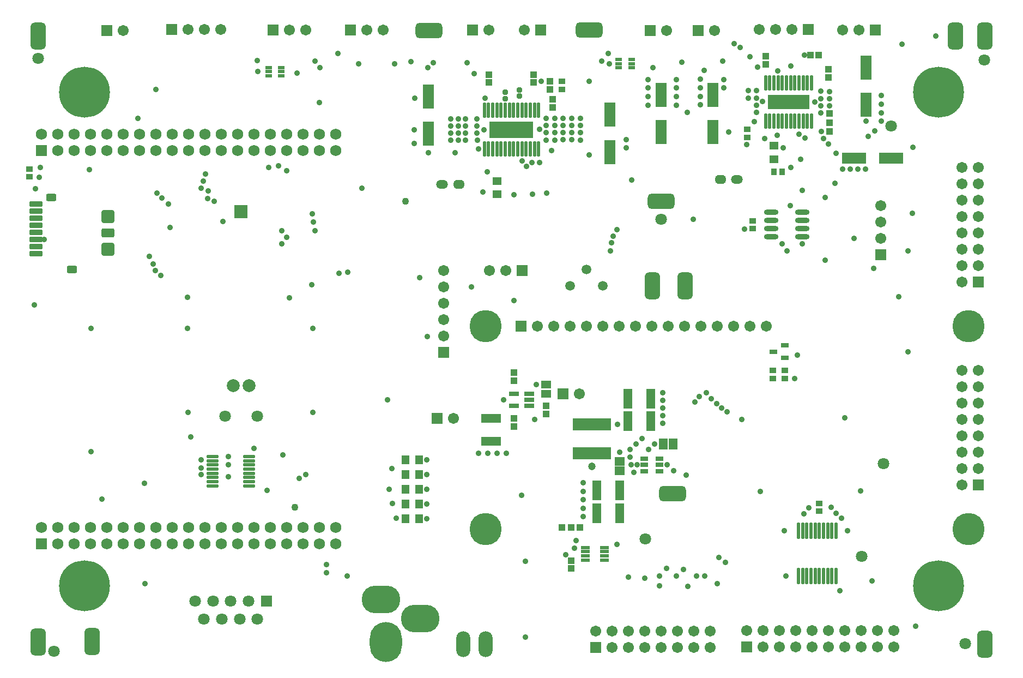
<source format=gts>
G04*
G04 #@! TF.GenerationSoftware,Altium Limited,Altium Designer,19.0.10 (269)*
G04*
G04 Layer_Color=8388736*
%FSLAX25Y25*%
%MOIN*%
G70*
G01*
G75*
G04:AMPARAMS|DCode=53|XSize=165.48mil|YSize=94.61mil|CornerRadius=25.65mil|HoleSize=0mil|Usage=FLASHONLY|Rotation=180.000|XOffset=0mil|YOffset=0mil|HoleType=Round|Shape=RoundedRectangle|*
%AMROUNDEDRECTD53*
21,1,0.16548,0.04331,0,0,180.0*
21,1,0.11417,0.09461,0,0,180.0*
1,1,0.05131,-0.05709,0.02165*
1,1,0.05131,0.05709,0.02165*
1,1,0.05131,0.05709,-0.02165*
1,1,0.05131,-0.05709,-0.02165*
%
%ADD53ROUNDEDRECTD53*%
%ADD54R,0.04343X0.03950*%
%ADD55R,0.05131X0.05524*%
%ADD56R,0.14580X0.07099*%
G04:AMPARAMS|DCode=57|XSize=35.56mil|YSize=78.87mil|CornerRadius=7.45mil|HoleSize=0mil|Usage=FLASHONLY|Rotation=90.000|XOffset=0mil|YOffset=0mil|HoleType=Round|Shape=RoundedRectangle|*
%AMROUNDEDRECTD57*
21,1,0.03556,0.06398,0,0,90.0*
21,1,0.02067,0.07887,0,0,90.0*
1,1,0.01489,0.03199,0.01034*
1,1,0.01489,0.03199,-0.01034*
1,1,0.01489,-0.03199,-0.01034*
1,1,0.01489,-0.03199,0.01034*
%
%ADD57ROUNDEDRECTD57*%
G04:AMPARAMS|DCode=58|XSize=78.87mil|YSize=78.87mil|CornerRadius=12.86mil|HoleSize=0mil|Usage=FLASHONLY|Rotation=90.000|XOffset=0mil|YOffset=0mil|HoleType=Round|Shape=RoundedRectangle|*
%AMROUNDEDRECTD58*
21,1,0.07887,0.05315,0,0,90.0*
21,1,0.05315,0.07887,0,0,90.0*
1,1,0.02572,0.02657,0.02657*
1,1,0.02572,0.02657,-0.02657*
1,1,0.02572,-0.02657,-0.02657*
1,1,0.02572,-0.02657,0.02657*
%
%ADD58ROUNDEDRECTD58*%
G04:AMPARAMS|DCode=59|XSize=55.24mil|YSize=78.87mil|CornerRadius=9.91mil|HoleSize=0mil|Usage=FLASHONLY|Rotation=90.000|XOffset=0mil|YOffset=0mil|HoleType=Round|Shape=RoundedRectangle|*
%AMROUNDEDRECTD59*
21,1,0.05524,0.05906,0,0,90.0*
21,1,0.03543,0.07887,0,0,90.0*
1,1,0.01981,0.02953,0.01772*
1,1,0.01981,0.02953,-0.01772*
1,1,0.01981,-0.02953,-0.01772*
1,1,0.01981,-0.02953,0.01772*
%
%ADD59ROUNDEDRECTD59*%
G04:AMPARAMS|DCode=60|XSize=43.43mil|YSize=63.12mil|CornerRadius=8.43mil|HoleSize=0mil|Usage=FLASHONLY|Rotation=90.000|XOffset=0mil|YOffset=0mil|HoleType=Round|Shape=RoundedRectangle|*
%AMROUNDEDRECTD60*
21,1,0.04343,0.04626,0,0,90.0*
21,1,0.02657,0.06312,0,0,90.0*
1,1,0.01686,0.02313,0.01329*
1,1,0.01686,0.02313,-0.01329*
1,1,0.01686,-0.02313,-0.01329*
1,1,0.01686,-0.02313,0.01329*
%
%ADD60ROUNDEDRECTD60*%
G04:AMPARAMS|DCode=61|XSize=22.96mil|YSize=55.24mil|CornerRadius=5.65mil|HoleSize=0mil|Usage=FLASHONLY|Rotation=90.000|XOffset=0mil|YOffset=0mil|HoleType=Round|Shape=RoundedRectangle|*
%AMROUNDEDRECTD61*
21,1,0.02296,0.04395,0,0,90.0*
21,1,0.01167,0.05524,0,0,90.0*
1,1,0.01129,0.02198,0.00584*
1,1,0.01129,0.02198,-0.00584*
1,1,0.01129,-0.02198,-0.00584*
1,1,0.01129,-0.02198,0.00584*
%
%ADD61ROUNDEDRECTD61*%
%ADD62R,0.27139X0.10249*%
%ADD63O,0.02178X0.09461*%
%ADD64O,0.02178X0.10249*%
%ADD65R,0.25210X0.08674*%
%ADD66R,0.07099X0.14580*%
%ADD67R,0.05524X0.06509*%
%ADD68R,0.06115X0.05131*%
%ADD69R,0.12217X0.05328*%
%ADD70R,0.23241X0.07493*%
%ADD71R,0.05131X0.03162*%
%ADD72R,0.04147X0.03753*%
%ADD73R,0.05918X0.02965*%
%ADD74O,0.07493X0.02178*%
%ADD75O,0.08871X0.03162*%
%ADD76R,0.03950X0.01981*%
%ADD77R,0.04343X0.03753*%
%ADD78R,0.04147X0.03556*%
%ADD79R,0.03950X0.04343*%
%ADD80R,0.05328X0.12217*%
%ADD81R,0.03556X0.04147*%
%ADD82R,0.06115X0.05328*%
G04:AMPARAMS|DCode=83|XSize=165.48mil|YSize=94.61mil|CornerRadius=25.65mil|HoleSize=0mil|Usage=FLASHONLY|Rotation=90.000|XOffset=0mil|YOffset=0mil|HoleType=Round|Shape=RoundedRectangle|*
%AMROUNDEDRECTD83*
21,1,0.16548,0.04331,0,0,90.0*
21,1,0.11417,0.09461,0,0,90.0*
1,1,0.05131,0.02165,0.05709*
1,1,0.05131,0.02165,-0.05709*
1,1,0.05131,-0.02165,-0.05709*
1,1,0.05131,-0.02165,0.05709*
%
%ADD83ROUNDEDRECTD83*%
%ADD84R,0.05524X0.05131*%
%ADD85R,0.06706X0.06706*%
%ADD86C,0.06706*%
G04:AMPARAMS|DCode=87|XSize=236.35mil|YSize=169.42mil|CornerRadius=84.71mil|HoleSize=0mil|Usage=FLASHONLY|Rotation=0.000|XOffset=0mil|YOffset=0mil|HoleType=Round|Shape=RoundedRectangle|*
%AMROUNDEDRECTD87*
21,1,0.23635,0.00000,0,0,0.0*
21,1,0.06693,0.16942,0,0,0.0*
1,1,0.16942,0.03347,0.00000*
1,1,0.16942,-0.03347,0.00000*
1,1,0.16942,-0.03347,0.00000*
1,1,0.16942,0.03347,0.00000*
%
%ADD87ROUNDEDRECTD87*%
G04:AMPARAMS|DCode=88|XSize=196.98mil|YSize=244.22mil|CornerRadius=98.49mil|HoleSize=0mil|Usage=FLASHONLY|Rotation=0.000|XOffset=0mil|YOffset=0mil|HoleType=Round|Shape=RoundedRectangle|*
%AMROUNDEDRECTD88*
21,1,0.19698,0.04724,0,0,0.0*
21,1,0.00000,0.24422,0,0,0.0*
1,1,0.19698,0.00000,-0.02362*
1,1,0.19698,0.00000,-0.02362*
1,1,0.19698,0.00000,0.02362*
1,1,0.19698,0.00000,0.02362*
%
%ADD88ROUNDEDRECTD88*%
G04:AMPARAMS|DCode=89|XSize=169.42mil|YSize=236.35mil|CornerRadius=84.71mil|HoleSize=0mil|Usage=FLASHONLY|Rotation=270.000|XOffset=0mil|YOffset=0mil|HoleType=Round|Shape=RoundedRectangle|*
%AMROUNDEDRECTD89*
21,1,0.16942,0.06693,0,0,270.0*
21,1,0.00000,0.23635,0,0,270.0*
1,1,0.16942,-0.03347,0.00000*
1,1,0.16942,-0.03347,0.00000*
1,1,0.16942,0.03347,0.00000*
1,1,0.16942,0.03347,0.00000*
%
%ADD89ROUNDEDRECTD89*%
%ADD90C,0.07099*%
%ADD91R,0.06706X0.06706*%
%ADD92C,0.19698*%
%ADD93R,0.07887X0.07887*%
%ADD94C,0.07887*%
%ADD95R,0.07099X0.07099*%
%ADD96O,0.08674X0.15761*%
%ADD97C,0.05918*%
%ADD98O,0.07099X0.05524*%
G04:AMPARAMS|DCode=99|XSize=70.99mil|YSize=55.24mil|CornerRadius=27.62mil|HoleSize=0mil|Usage=FLASHONLY|Rotation=0.000|XOffset=0mil|YOffset=0mil|HoleType=Round|Shape=RoundedRectangle|*
%AMROUNDEDRECTD99*
21,1,0.07099,0.00000,0,0,0.0*
21,1,0.01575,0.05524,0,0,0.0*
1,1,0.05524,0.00787,0.00000*
1,1,0.05524,-0.00787,0.00000*
1,1,0.05524,-0.00787,0.00000*
1,1,0.05524,0.00787,0.00000*
%
%ADD99ROUNDEDRECTD99*%
%ADD100C,0.06902*%
%ADD101R,0.06902X0.06902*%
%ADD102C,0.31115*%
%ADD103C,0.04343*%
%ADD104C,0.03556*%
%ADD105C,0.03753*%
%ADD106C,0.04737*%
D53*
X589567Y481890D02*
D03*
X545669Y586614D02*
D03*
X596457Y303150D02*
D03*
X447638Y586221D02*
D03*
D54*
X692659Y529921D02*
D03*
Y535433D02*
D03*
Y524409D02*
D03*
X691732Y557579D02*
D03*
Y562500D02*
D03*
X653445Y565453D02*
D03*
Y570374D02*
D03*
X534449Y257382D02*
D03*
Y262303D02*
D03*
X521654Y550197D02*
D03*
Y555118D02*
D03*
X511417Y554419D02*
D03*
Y559340D02*
D03*
X484252Y554419D02*
D03*
Y559340D02*
D03*
X499409Y372111D02*
D03*
Y377032D02*
D03*
Y349063D02*
D03*
Y344142D02*
D03*
X519095Y356756D02*
D03*
Y351835D02*
D03*
X523228Y539272D02*
D03*
Y544193D02*
D03*
D55*
X441535Y314961D02*
D03*
X433268D02*
D03*
Y323819D02*
D03*
X441535D02*
D03*
Y296850D02*
D03*
X433268D02*
D03*
X441535Y305709D02*
D03*
X433268D02*
D03*
X441535Y287992D02*
D03*
X433268D02*
D03*
D56*
X707480Y508268D02*
D03*
X730315D02*
D03*
D57*
X207087Y454291D02*
D03*
Y480276D02*
D03*
Y475945D02*
D03*
Y471614D02*
D03*
Y467283D02*
D03*
Y462953D02*
D03*
Y458622D02*
D03*
Y449961D02*
D03*
D58*
X251181Y472362D02*
D03*
Y452677D02*
D03*
D59*
Y462520D02*
D03*
D60*
X229331Y440191D02*
D03*
X216535Y484173D02*
D03*
D61*
X554921Y270276D02*
D03*
Y267717D02*
D03*
Y265158D02*
D03*
Y262598D02*
D03*
X543307D02*
D03*
Y265158D02*
D03*
Y267717D02*
D03*
Y270276D02*
D03*
D62*
X498032Y525591D02*
D03*
D63*
X481398Y513779D02*
D03*
X483957D02*
D03*
X486516D02*
D03*
X489075D02*
D03*
X491634D02*
D03*
X494193D02*
D03*
X496752D02*
D03*
X499311D02*
D03*
X501870D02*
D03*
X504429D02*
D03*
X506988D02*
D03*
X509547D02*
D03*
X512106D02*
D03*
X514665D02*
D03*
X481398Y537402D02*
D03*
X483957D02*
D03*
X486516D02*
D03*
X489075D02*
D03*
X491634D02*
D03*
X494193D02*
D03*
X496752D02*
D03*
X499311D02*
D03*
X501870D02*
D03*
X504429D02*
D03*
X506988D02*
D03*
X509547D02*
D03*
X512106D02*
D03*
X514665D02*
D03*
X681595Y554331D02*
D03*
X679035D02*
D03*
X676476D02*
D03*
X673917D02*
D03*
X671358D02*
D03*
X668799D02*
D03*
X666240D02*
D03*
X663681D02*
D03*
X661122D02*
D03*
X658563D02*
D03*
X656004D02*
D03*
X653445D02*
D03*
Y530709D02*
D03*
X656004D02*
D03*
X681595D02*
D03*
X679036D02*
D03*
X676476D02*
D03*
X673917D02*
D03*
X671358D02*
D03*
X668799D02*
D03*
X666240D02*
D03*
X663681D02*
D03*
X661122D02*
D03*
X658563D02*
D03*
D64*
X696555Y280512D02*
D03*
X693996D02*
D03*
X691437D02*
D03*
X688878D02*
D03*
X686319D02*
D03*
X683760D02*
D03*
X681201D02*
D03*
X678642D02*
D03*
X676083D02*
D03*
X673524D02*
D03*
X696555Y252953D02*
D03*
X693996D02*
D03*
X691437D02*
D03*
X688878D02*
D03*
X686319D02*
D03*
X683760D02*
D03*
X681201D02*
D03*
X678642D02*
D03*
X676083D02*
D03*
X673524D02*
D03*
D65*
X667520Y542520D02*
D03*
D66*
X714961Y540748D02*
D03*
Y563583D02*
D03*
X589567Y546850D02*
D03*
Y524016D02*
D03*
X621063Y546850D02*
D03*
Y524016D02*
D03*
X558071Y512008D02*
D03*
Y534842D02*
D03*
X447047Y523032D02*
D03*
Y545866D02*
D03*
D67*
X596890Y333661D02*
D03*
X590984D02*
D03*
D68*
X519095Y370000D02*
D03*
Y364236D02*
D03*
D69*
X485532Y335087D02*
D03*
Y349063D02*
D03*
D70*
X547244Y327756D02*
D03*
Y345472D02*
D03*
D71*
X658071Y389961D02*
D03*
X665158Y393701D02*
D03*
Y386221D02*
D03*
X579213Y324478D02*
D03*
Y320738D02*
D03*
Y316998D02*
D03*
X588661D02*
D03*
Y320738D02*
D03*
Y324478D02*
D03*
D72*
X657874Y373622D02*
D03*
Y378543D02*
D03*
X665158D02*
D03*
Y373622D02*
D03*
D73*
X508858Y356756D02*
D03*
Y360496D02*
D03*
Y364236D02*
D03*
X499409D02*
D03*
Y356756D02*
D03*
D74*
X315098Y325856D02*
D03*
Y323297D02*
D03*
Y320738D02*
D03*
Y318179D02*
D03*
Y315620D02*
D03*
Y313061D02*
D03*
Y310502D02*
D03*
X337539Y325856D02*
D03*
Y323297D02*
D03*
Y320738D02*
D03*
Y318179D02*
D03*
Y315620D02*
D03*
Y313061D02*
D03*
Y310502D02*
D03*
X315098Y308002D02*
D03*
X337598D02*
D03*
D75*
X656791Y475020D02*
D03*
Y470020D02*
D03*
Y465020D02*
D03*
Y460020D02*
D03*
X675886Y475020D02*
D03*
Y470020D02*
D03*
Y465020D02*
D03*
Y460020D02*
D03*
D76*
X563543Y563386D02*
D03*
Y565945D02*
D03*
Y568504D02*
D03*
X571417D02*
D03*
Y565945D02*
D03*
Y563386D02*
D03*
X357283Y558465D02*
D03*
Y561024D02*
D03*
Y563583D02*
D03*
X349410D02*
D03*
Y561024D02*
D03*
Y558465D02*
D03*
D77*
X203150Y501673D02*
D03*
Y496752D02*
D03*
X645669Y469980D02*
D03*
Y465059D02*
D03*
X686319Y292382D02*
D03*
Y297303D02*
D03*
D78*
X528740Y550295D02*
D03*
Y555217D02*
D03*
X642126Y520965D02*
D03*
Y525886D02*
D03*
D79*
X685925Y571260D02*
D03*
X681004D02*
D03*
X528937Y282638D02*
D03*
X539961D02*
D03*
X534449D02*
D03*
D80*
X569075Y361221D02*
D03*
X583051D02*
D03*
X569075Y347441D02*
D03*
X583051D02*
D03*
X564350Y305118D02*
D03*
X550374D02*
D03*
X564350Y291339D02*
D03*
X550374D02*
D03*
D81*
X658563Y500000D02*
D03*
X663484D02*
D03*
D82*
X564350Y322933D02*
D03*
Y317224D02*
D03*
D83*
X769488Y582874D02*
D03*
X241535Y212795D02*
D03*
X604331Y430118D02*
D03*
X208661Y582874D02*
D03*
X787402D02*
D03*
Y211299D02*
D03*
X208661Y212677D02*
D03*
X584252Y430118D02*
D03*
D84*
X658465Y507677D02*
D03*
Y515945D02*
D03*
X489173Y486024D02*
D03*
Y494291D02*
D03*
D85*
X504646Y439606D02*
D03*
X452598Y349063D02*
D03*
X529528Y364173D02*
D03*
X250433Y586221D02*
D03*
X503937Y405512D02*
D03*
X641929Y209646D02*
D03*
X679567Y586811D02*
D03*
X720630Y586614D02*
D03*
X549567Y209134D02*
D03*
X612323Y586221D02*
D03*
X582953D02*
D03*
X352287Y586614D02*
D03*
X399449D02*
D03*
X290197Y586811D02*
D03*
X474252Y586614D02*
D03*
X515748D02*
D03*
D86*
X494646Y439606D02*
D03*
X484646D02*
D03*
X462598Y349063D02*
D03*
X539528Y364173D02*
D03*
X456693Y399606D02*
D03*
Y409606D02*
D03*
Y419606D02*
D03*
Y429606D02*
D03*
Y439606D02*
D03*
X260433Y586221D02*
D03*
X653937Y405512D02*
D03*
X643937D02*
D03*
X633937D02*
D03*
X623937D02*
D03*
X613937D02*
D03*
X603937D02*
D03*
X593937D02*
D03*
X583937D02*
D03*
X573937D02*
D03*
X563937D02*
D03*
X553937D02*
D03*
X543937D02*
D03*
X533937D02*
D03*
X523937D02*
D03*
X513937D02*
D03*
X641929Y219646D02*
D03*
X651929Y209646D02*
D03*
Y219646D02*
D03*
X661929Y209646D02*
D03*
Y219646D02*
D03*
X671929Y209646D02*
D03*
Y219646D02*
D03*
X681929Y209646D02*
D03*
Y219646D02*
D03*
X691929Y209646D02*
D03*
Y219646D02*
D03*
X701929Y209646D02*
D03*
Y219646D02*
D03*
X711929Y209646D02*
D03*
Y219646D02*
D03*
X731929D02*
D03*
Y209646D02*
D03*
X721929Y219646D02*
D03*
Y209646D02*
D03*
X669567Y586811D02*
D03*
X659567D02*
D03*
X649567D02*
D03*
X700630Y586614D02*
D03*
X710630D02*
D03*
X773465Y502441D02*
D03*
X783465D02*
D03*
X773465Y492441D02*
D03*
X783465D02*
D03*
X773465Y482441D02*
D03*
X783465D02*
D03*
X773465Y472441D02*
D03*
X783465D02*
D03*
X773465Y462441D02*
D03*
X783465D02*
D03*
X773465Y452441D02*
D03*
X783465D02*
D03*
X773465Y442441D02*
D03*
X783465D02*
D03*
X773465Y432441D02*
D03*
Y308425D02*
D03*
X783465Y318425D02*
D03*
X773465D02*
D03*
X783465Y328425D02*
D03*
X773465D02*
D03*
X783465Y338425D02*
D03*
X773465D02*
D03*
X783465Y348425D02*
D03*
X773465D02*
D03*
X783465Y358425D02*
D03*
X773465D02*
D03*
X783465Y368425D02*
D03*
X773465D02*
D03*
X783465Y378425D02*
D03*
X773465D02*
D03*
X549567Y219134D02*
D03*
X559567Y209134D02*
D03*
Y219134D02*
D03*
X569567Y209134D02*
D03*
Y219134D02*
D03*
X579567Y209134D02*
D03*
Y219134D02*
D03*
X589567Y209134D02*
D03*
Y219134D02*
D03*
X599567Y209134D02*
D03*
Y219134D02*
D03*
X609567Y209134D02*
D03*
Y219134D02*
D03*
X619567Y209134D02*
D03*
Y219134D02*
D03*
X622323Y586221D02*
D03*
X592953D02*
D03*
X362287Y586614D02*
D03*
X372287D02*
D03*
X409449D02*
D03*
X419449D02*
D03*
X724016Y479331D02*
D03*
Y469331D02*
D03*
Y459331D02*
D03*
X320197Y586811D02*
D03*
X310197D02*
D03*
X300197D02*
D03*
X484252Y586614D02*
D03*
X505748D02*
D03*
D87*
X418110Y238583D02*
D03*
D88*
X421260Y212598D02*
D03*
D89*
X442126Y226772D02*
D03*
D90*
X342520Y350394D02*
D03*
X322835D02*
D03*
X304508Y237559D02*
D03*
X315413D02*
D03*
X326319D02*
D03*
X337224D02*
D03*
X309961Y226378D02*
D03*
X320866D02*
D03*
X331772D02*
D03*
X342677D02*
D03*
X725591Y321654D02*
D03*
X712224Y264764D02*
D03*
X730315Y527887D02*
D03*
X775591Y211417D02*
D03*
X787361Y568110D02*
D03*
X218140Y206693D02*
D03*
X208661Y569291D02*
D03*
X589567Y470945D02*
D03*
X579724Y275590D02*
D03*
D91*
X456693Y389606D02*
D03*
X783465Y432441D02*
D03*
Y308425D02*
D03*
X724016Y449331D02*
D03*
D92*
X777559Y405512D02*
D03*
Y281496D02*
D03*
X482283D02*
D03*
Y405512D02*
D03*
D93*
X332677Y475394D02*
D03*
D94*
X337598Y369094D02*
D03*
X327756D02*
D03*
D95*
X348130Y237559D02*
D03*
D96*
X468504Y211299D02*
D03*
X482283D02*
D03*
D97*
X543937Y440118D02*
D03*
X553937Y430118D02*
D03*
X533937D02*
D03*
D98*
X625787Y495079D02*
D03*
X465748Y492126D02*
D03*
D99*
X636024Y495079D02*
D03*
X455512Y492126D02*
D03*
D100*
X300433Y282638D02*
D03*
X290433D02*
D03*
X300433Y272638D02*
D03*
X290433D02*
D03*
X280433Y282638D02*
D03*
Y272638D02*
D03*
X220433D02*
D03*
X230433D02*
D03*
X240433D02*
D03*
X250433D02*
D03*
X260433D02*
D03*
X270433D02*
D03*
X210433Y282638D02*
D03*
X220433D02*
D03*
X230433D02*
D03*
X240433D02*
D03*
X250433D02*
D03*
X260433D02*
D03*
X270433D02*
D03*
X360433D02*
D03*
X350433D02*
D03*
X340433D02*
D03*
X330433D02*
D03*
X320433D02*
D03*
X310433D02*
D03*
X360433Y272638D02*
D03*
X350433D02*
D03*
X340433D02*
D03*
X330433D02*
D03*
X320433D02*
D03*
X310433D02*
D03*
X370433D02*
D03*
Y282638D02*
D03*
X380433Y272638D02*
D03*
X390433D02*
D03*
X380433Y282638D02*
D03*
X390433D02*
D03*
X390433Y522795D02*
D03*
X380433D02*
D03*
X390433Y512795D02*
D03*
X380433D02*
D03*
X370433Y522795D02*
D03*
Y512795D02*
D03*
X310433D02*
D03*
X320433D02*
D03*
X330433D02*
D03*
X340433D02*
D03*
X350433D02*
D03*
X360433D02*
D03*
X310433Y522795D02*
D03*
X320433D02*
D03*
X330433D02*
D03*
X340433D02*
D03*
X350433D02*
D03*
X360433D02*
D03*
X270433D02*
D03*
X260433D02*
D03*
X250433D02*
D03*
X240433D02*
D03*
X230433D02*
D03*
X220433D02*
D03*
X210433D02*
D03*
X270433Y512795D02*
D03*
X260433D02*
D03*
X250433D02*
D03*
X240433D02*
D03*
X230433D02*
D03*
X220433D02*
D03*
X280433D02*
D03*
Y522795D02*
D03*
X290433Y512795D02*
D03*
X300433D02*
D03*
X290433Y522795D02*
D03*
X300433D02*
D03*
D101*
X210433Y272638D02*
D03*
X210433Y512795D02*
D03*
D102*
X759213Y548425D02*
D03*
Y246850D02*
D03*
X236850D02*
D03*
Y548425D02*
D03*
D103*
X433071Y481890D02*
D03*
X365551Y294842D02*
D03*
D104*
X703543Y280512D02*
D03*
X699803Y288287D02*
D03*
X687402Y524409D02*
D03*
X674803Y507677D02*
D03*
X740551Y389764D02*
D03*
X446063Y314961D02*
D03*
X446260Y323819D02*
D03*
X677165Y571260D02*
D03*
X714567Y501673D02*
D03*
X709842D02*
D03*
X705118D02*
D03*
X700394D02*
D03*
X647835Y536221D02*
D03*
X646654Y530512D02*
D03*
X653012Y520079D02*
D03*
X641929Y516535D02*
D03*
X397638Y252756D02*
D03*
X545665Y555118D02*
D03*
X342913Y561024D02*
D03*
X668896Y564566D02*
D03*
X475197Y559842D02*
D03*
X470866Y566541D02*
D03*
X603150Y256693D02*
D03*
X605904Y246456D02*
D03*
X504433Y506505D02*
D03*
X660629Y522046D02*
D03*
X674014Y522835D02*
D03*
X677559Y520472D02*
D03*
X660827Y561613D02*
D03*
X360629Y459842D02*
D03*
X375984Y430708D02*
D03*
X288189Y480276D02*
D03*
X212205Y458465D02*
D03*
X276378Y448032D02*
D03*
X627953Y556299D02*
D03*
Y551050D02*
D03*
X581496D02*
D03*
Y556299D02*
D03*
Y545800D02*
D03*
Y540551D02*
D03*
X599016Y551050D02*
D03*
Y556299D02*
D03*
Y545800D02*
D03*
Y540551D02*
D03*
X613583Y551247D02*
D03*
Y556496D02*
D03*
Y545997D02*
D03*
Y540748D02*
D03*
X724213Y530709D02*
D03*
Y535958D02*
D03*
X581890Y330118D02*
D03*
X564350Y328543D02*
D03*
X577756Y337008D02*
D03*
X574213Y333661D02*
D03*
X541732Y289173D02*
D03*
X477953Y327756D02*
D03*
X463386Y511417D02*
D03*
X438583Y525591D02*
D03*
Y517323D02*
D03*
X447047Y511417D02*
D03*
X247441Y300000D02*
D03*
X643937Y570276D02*
D03*
X737008Y577756D02*
D03*
X743307Y474606D02*
D03*
X740551Y451575D02*
D03*
X664961Y280512D02*
D03*
X745079Y222244D02*
D03*
X562598Y272047D02*
D03*
X569685Y252165D02*
D03*
X604921Y314370D02*
D03*
X570669Y330118D02*
D03*
Y325590D02*
D03*
X513189Y369748D02*
D03*
X512205Y348425D02*
D03*
X493307Y360496D02*
D03*
X499606Y421260D02*
D03*
X473622Y429626D02*
D03*
X441929Y435118D02*
D03*
X366929Y560039D02*
D03*
X342677Y567913D02*
D03*
X391929Y572047D02*
D03*
X436614Y567126D02*
D03*
X719398Y440945D02*
D03*
X695866Y492717D02*
D03*
X707677Y459055D02*
D03*
X504134Y302165D02*
D03*
X506496Y215551D02*
D03*
Y261811D02*
D03*
X489239Y327756D02*
D03*
X483596D02*
D03*
X494882D02*
D03*
X590551Y346063D02*
D03*
Y350787D02*
D03*
Y355512D02*
D03*
Y360236D02*
D03*
Y364961D02*
D03*
X541732Y294340D02*
D03*
Y299508D02*
D03*
Y304675D02*
D03*
Y309842D02*
D03*
X718504Y249803D02*
D03*
X638779Y348425D02*
D03*
X650197Y304528D02*
D03*
X711417Y304941D02*
D03*
X701929Y349606D02*
D03*
X672835Y387795D02*
D03*
X735039Y423425D02*
D03*
X609055Y470945D02*
D03*
X568110Y519488D02*
D03*
X743701Y514961D02*
D03*
X568110Y514370D02*
D03*
X724213Y546457D02*
D03*
Y541207D02*
D03*
X714961Y530709D02*
D03*
X280433Y550197D02*
D03*
X380433Y542126D02*
D03*
X406693Y489764D02*
D03*
X422047Y360496D02*
D03*
X289173Y465748D02*
D03*
X376378Y404134D02*
D03*
Y352756D02*
D03*
X300000Y423032D02*
D03*
X300197Y352756D02*
D03*
X300000Y404134D02*
D03*
X240748D02*
D03*
Y328740D02*
D03*
X206102Y418504D02*
D03*
X206890Y489370D02*
D03*
X310827Y498622D02*
D03*
X283465Y436614D02*
D03*
X522516Y512992D02*
D03*
X510827Y486024D02*
D03*
X642913Y549409D02*
D03*
Y545013D02*
D03*
X692659Y548819D02*
D03*
Y544423D02*
D03*
Y540026D02*
D03*
X461024Y532283D02*
D03*
Y527887D02*
D03*
Y523491D02*
D03*
Y519095D02*
D03*
X540263Y519291D02*
D03*
Y523688D02*
D03*
Y528084D02*
D03*
Y532480D02*
D03*
X534971Y519357D02*
D03*
Y523753D02*
D03*
Y528150D02*
D03*
Y532546D02*
D03*
X465453Y519095D02*
D03*
Y523491D02*
D03*
Y527887D02*
D03*
Y532283D02*
D03*
X469882Y519095D02*
D03*
Y523491D02*
D03*
Y527887D02*
D03*
Y532283D02*
D03*
X529679Y532546D02*
D03*
Y528150D02*
D03*
Y523753D02*
D03*
Y519357D02*
D03*
X524387Y532480D02*
D03*
Y528084D02*
D03*
Y523688D02*
D03*
Y519291D02*
D03*
X519095D02*
D03*
Y523688D02*
D03*
Y528084D02*
D03*
Y532480D02*
D03*
X515354Y525984D02*
D03*
X476968Y532283D02*
D03*
Y527887D02*
D03*
Y523491D02*
D03*
X477165Y519095D02*
D03*
X481299Y525591D02*
D03*
X687205Y535827D02*
D03*
Y540223D02*
D03*
Y544619D02*
D03*
Y549016D02*
D03*
X683465Y542520D02*
D03*
X651575Y542717D02*
D03*
X647835Y540617D02*
D03*
Y545013D02*
D03*
Y549409D02*
D03*
X487205Y523425D02*
D03*
Y527756D02*
D03*
X491535Y523425D02*
D03*
Y527756D02*
D03*
X495866Y523425D02*
D03*
Y527756D02*
D03*
X500197Y523425D02*
D03*
Y527756D02*
D03*
X504528D02*
D03*
X508858D02*
D03*
X504528Y523425D02*
D03*
X508858D02*
D03*
X696457Y511024D02*
D03*
X757480Y582874D02*
D03*
X626575Y355512D02*
D03*
X623425Y358268D02*
D03*
X620276Y361024D02*
D03*
X617205Y364961D02*
D03*
X610236Y359252D02*
D03*
X612991Y362598D02*
D03*
X634251Y578345D02*
D03*
X557087Y572047D02*
D03*
X637795Y575787D02*
D03*
X553150Y567438D02*
D03*
X691929Y516732D02*
D03*
X355512Y503543D02*
D03*
X688975Y520078D02*
D03*
X716142Y521367D02*
D03*
X720276Y525000D02*
D03*
X562400Y464369D02*
D03*
X560236Y460630D02*
D03*
X559252Y456496D02*
D03*
X664172Y514566D02*
D03*
X571260Y320866D02*
D03*
X209055Y496457D02*
D03*
X209842Y502565D02*
D03*
X377953Y463779D02*
D03*
X357480Y455905D02*
D03*
X376969Y469095D02*
D03*
X376181Y474213D02*
D03*
X357480Y463779D02*
D03*
X281102Y487008D02*
D03*
X284252Y483858D02*
D03*
X321457Y469449D02*
D03*
X362205Y422835D02*
D03*
X446457Y399213D02*
D03*
X278870Y443577D02*
D03*
X696555Y291339D02*
D03*
X280242Y439640D02*
D03*
X693580Y294842D02*
D03*
X679921Y294488D02*
D03*
X676772Y290945D02*
D03*
X349410Y502441D02*
D03*
X628740Y261024D02*
D03*
X624803Y264173D02*
D03*
X239960Y501181D02*
D03*
X499606Y485827D02*
D03*
X519685Y486811D02*
D03*
X423130Y305709D02*
D03*
X372047Y314961D02*
D03*
X397849Y438400D02*
D03*
X425177Y297264D02*
D03*
X368109Y312598D02*
D03*
X392520Y437992D02*
D03*
X558661Y451575D02*
D03*
X446850Y563386D02*
D03*
X269685Y532480D02*
D03*
X450197Y566535D02*
D03*
X545669Y510236D02*
D03*
X507307Y503150D02*
D03*
X515354Y505512D02*
D03*
X571654Y494980D02*
D03*
X678346Y544685D02*
D03*
Y540354D02*
D03*
X674016Y544685D02*
D03*
Y540354D02*
D03*
X669685Y544685D02*
D03*
Y540354D02*
D03*
X665354Y544685D02*
D03*
Y540354D02*
D03*
X661024Y544685D02*
D03*
Y540354D02*
D03*
X656693Y544685D02*
D03*
Y540354D02*
D03*
X572835Y316142D02*
D03*
X574803Y320866D02*
D03*
X312598Y488189D02*
D03*
X312205Y483465D02*
D03*
X309449Y494291D02*
D03*
X510629Y505511D02*
D03*
X557812Y565945D02*
D03*
X668504Y479134D02*
D03*
X666534Y451574D02*
D03*
X629921Y353150D02*
D03*
X592717Y257480D02*
D03*
X480709Y487362D02*
D03*
X483268Y500000D02*
D03*
X640551Y464961D02*
D03*
X671063Y373622D02*
D03*
X675984Y488583D02*
D03*
Y455905D02*
D03*
X605512Y536221D02*
D03*
X274016Y248228D02*
D03*
X579567Y251575D02*
D03*
X665748Y252756D02*
D03*
X301969Y337795D02*
D03*
X273622Y309449D02*
D03*
X427638Y288189D02*
D03*
X446260Y287992D02*
D03*
X531102Y265748D02*
D03*
X360433Y500394D02*
D03*
X316142Y481890D02*
D03*
X308268Y489764D02*
D03*
X477953Y513779D02*
D03*
X481890Y544882D02*
D03*
X516142Y555118D02*
D03*
X663484Y455709D02*
D03*
X588583Y252756D02*
D03*
Y246850D02*
D03*
X358268Y326939D02*
D03*
X384842Y259744D02*
D03*
Y254921D02*
D03*
X438779Y544980D02*
D03*
X348425Y305118D02*
D03*
X426673Y565945D02*
D03*
X380906Y563583D02*
D03*
X377953Y567438D02*
D03*
X404528Y565945D02*
D03*
X424962Y318671D02*
D03*
X627244Y567438D02*
D03*
X615748Y562008D02*
D03*
X602362Y566929D02*
D03*
X584646Y563386D02*
D03*
X668799Y502441D02*
D03*
X630905Y524016D02*
D03*
X648622Y563976D02*
D03*
X689961Y445866D02*
D03*
Y484252D02*
D03*
X616142Y252953D02*
D03*
X611221D02*
D03*
X598898D02*
D03*
X324803Y313356D02*
D03*
Y325856D02*
D03*
Y320738D02*
D03*
X308071Y314961D02*
D03*
Y318898D02*
D03*
Y323819D02*
D03*
X340433Y330709D02*
D03*
X698819Y243898D02*
D03*
X624016Y248031D02*
D03*
X446260Y296850D02*
D03*
Y305709D02*
D03*
X597254Y317028D02*
D03*
X562992Y345472D02*
D03*
X593287Y320738D02*
D03*
X585630Y333661D02*
D03*
X536417Y269685D02*
D03*
X537402Y274606D02*
D03*
D105*
X502756Y546063D02*
D03*
Y550000D02*
D03*
X494094Y548426D02*
D03*
Y544487D02*
D03*
D106*
X547244Y319685D02*
D03*
M02*

</source>
